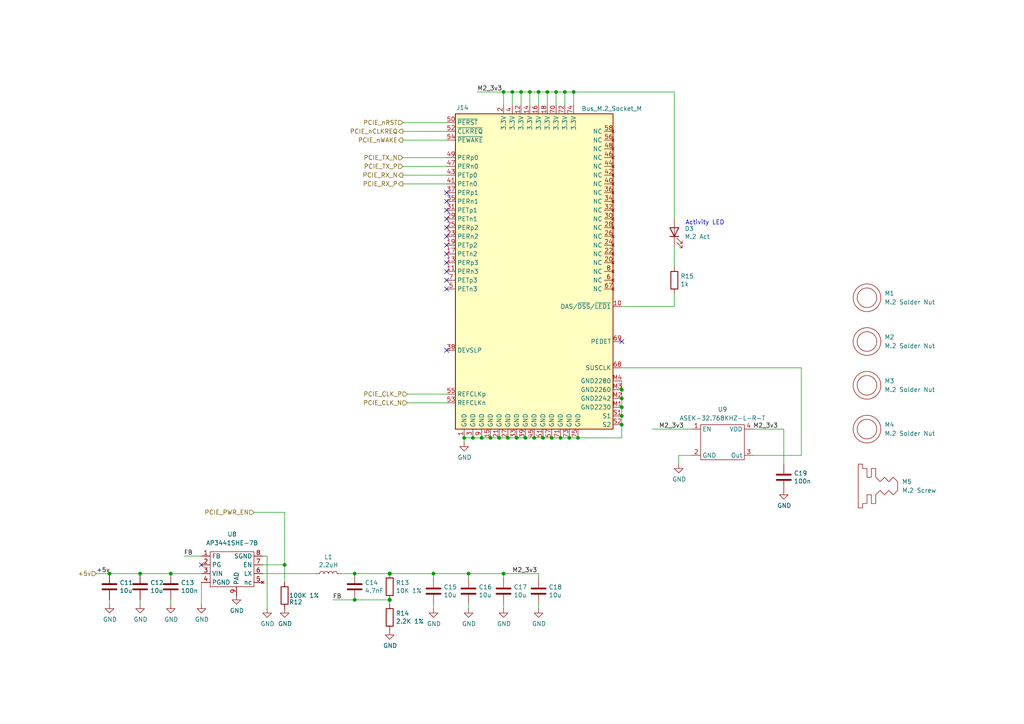
<source format=kicad_sch>
(kicad_sch (version 20231120) (generator "eeschema") (generator_version "8.0")
  (paper "A4")
  (lib_symbols
    (symbol "CM5IO:AP3441SHE-7B"
      (property "Reference" "U" (at -6.35 10.16 0))
      (property "Value" "AP3441SHE-7B" (at 0 7.62 0))
      (symbol "AP3441SHE-7B_0_1"
        (rectangle (start -6.35 6.35) (end 6.35 -3.81))
      )
      (symbol "AP3441SHE-7B_1_1"
        (pin passive line (at -8.89 5.08 0) (length 2.54) (name "FB") (number "1"))
        (pin open_collector line (at -8.89 2.54 0) (length 2.54) (name "PG") (number "2"))
        (pin power_in line (at -8.89 0 0) (length 2.54) (name "VIN") (number "3"))
        (pin power_in line (at -8.89 -2.54 0) (length 2.54) (name "PGND") (number "4"))
        (pin no_connect line (at 8.89 -2.54 180) (length 2.54) (name "nc") (number "5"))
        (pin power_out line (at 8.89 0 180) (length 2.54) (name "LX") (number "6"))
        (pin input line (at 8.89 2.54 180) (length 2.54) (name "EN") (number "7"))
        (pin power_in line (at 8.89 5.08 180) (length 2.54) (name "SGND") (number "8"))
        (pin input line (at 1.27 -6.35 90) (length 2.54) (name "PAD") (number "9"))
      )
    )
    (symbol "CM5IO:ASEK-32.768KHZ-L-R-T"
      (property "Reference" "U" (at -5.08 6.35 0))
      (property "Value" "ASEK-32.768KHZ-L-R-T" (at 0 -6.35 0))
      (symbol "ASEK-32.768KHZ-L-R-T_0_1"
        (rectangle (start -6.35 5.08) (end 6.35 -5.08))
      )
      (symbol "ASEK-32.768KHZ-L-R-T_1_1"
        (pin input line (at -8.89 3.81 0) (length 2.54) (name "EN") (number "1"))
        (pin power_in line (at -8.89 -3.81 0) (length 2.54) (name "GND") (number "2"))
        (pin output line (at 8.89 -3.81 180) (length 2.54) (name "Out") (number "3"))
        (pin power_in line (at 8.89 3.81 180) (length 2.54) (name "VDD") (number "4"))
      )
    )
    (symbol "CM5IO:Bus_M.2_Socket_M"
      (property "Reference" "J" (at -22.86 46.99 0))
      (property "Value" "Bus_M.2_Socket_M" (at 30.988 46.99 0))
      (symbol "Bus_M.2_Socket_M_0_1"
        (rectangle (start -22.86 45.72) (end 22.86 -45.72) (stroke (width 0.254)) (fill (type background)))
      )
      (symbol "Bus_M.2_Socket_M_1_1"
        (pin power_in line (at -20.32 -48.26 90) (length 2.54) (name "GND") (number "1"))
        (pin bidirectional line (at 25.4 -10.16 180) (length 2.54) (name "DAS/~{DSS}/~{LED1}") (number "10"))
        (pin input line (at -25.4 0 0) (length 2.54) (name "PERn3") (number "11"))
        (pin power_in line (at -3.81 48.26 270) (length 2.54) (name "3.3V") (number "12"))
        (pin input line (at -25.4 2.54 0) (length 2.54) (name "PERp3") (number "13"))
        (pin power_in line (at -1.27 48.26 270) (length 2.54) (name "3.3V") (number "14"))
        (pin power_in line (at -12.7 -48.26 90) (length 2.54) (name "GND") (number "15"))
        (pin power_in line (at 1.27 48.26 270) (length 2.54) (name "3.3V") (number "16"))
        (pin output line (at -25.4 5.08 0) (length 2.54) (name "PETn2") (number "17"))
        (pin power_in line (at 3.81 48.26 270) (length 2.54) (name "3.3V") (number "18"))
        (pin output line (at -25.4 7.62 0) (length 2.54) (name "PETp2") (number "19"))
        (pin power_in line (at -8.89 48.26 270) (length 2.54) (name "3.3V") (number "2"))
        (pin no_connect line (at 22.86 2.54 180) (length 2.54) (name "NC") (number "20"))
        (pin power_in line (at -10.16 -48.26 90) (length 2.54) (name "GND") (number "21"))
        (pin no_connect line (at 22.86 5.08 180) (length 2.54) (name "NC") (number "22"))
        (pin input line (at -25.4 10.16 0) (length 2.54) (name "PERn2") (number "23"))
        (pin no_connect line (at 22.86 7.62 180) (length 2.54) (name "NC") (number "24"))
        (pin input line (at -25.4 12.7 0) (length 2.54) (name "PERp2") (number "25"))
        (pin no_connect line (at 22.86 10.16 180) (length 2.54) (name "NC") (number "26"))
        (pin power_in line (at -7.62 -48.26 90) (length 2.54) (name "GND") (number "27"))
        (pin no_connect line (at 22.86 12.7 180) (length 2.54) (name "NC") (number "28"))
        (pin output line (at -25.4 15.24 0) (length 2.54) (name "PETn1") (number "29"))
        (pin power_in line (at -17.78 -48.26 90) (length 2.54) (name "GND") (number "3"))
        (pin no_connect line (at 22.86 15.24 180) (length 2.54) (name "NC") (number "30"))
        (pin output line (at -25.4 17.78 0) (length 2.54) (name "PETp1") (number "31"))
        (pin no_connect line (at 22.86 17.78 180) (length 2.54) (name "NC") (number "32"))
        (pin power_in line (at -5.08 -48.26 90) (length 2.54) (name "GND") (number "33"))
        (pin no_connect line (at 22.86 20.32 180) (length 2.54) (name "NC") (number "34"))
        (pin input line (at -25.4 20.32 0) (length 2.54) (name "PERn1") (number "35"))
        (pin no_connect line (at 22.86 22.86 180) (length 2.54) (name "NC") (number "36"))
        (pin input line (at -25.4 22.86 0) (length 2.54) (name "PERp1") (number "37"))
        (pin input line (at -25.4 -22.86 0) (length 2.54) (name "DEVSLP") (number "38"))
        (pin power_in line (at -2.54 -48.26 90) (length 2.54) (name "GND") (number "39"))
        (pin power_in line (at -6.35 48.26 270) (length 2.54) (name "3.3V") (number "4"))
        (pin no_connect line (at 22.86 25.4 180) (length 2.54) (name "NC") (number "40"))
        (pin output line (at -25.4 25.4 0) (length 2.54) (name "PETn0") (number "41"))
        (pin no_connect line (at 22.86 27.94 180) (length 2.54) (name "NC") (number "42"))
        (pin output line (at -25.4 27.94 0) (length 2.54) (name "PETp0") (number "43"))
        (pin no_connect line (at 22.86 30.48 180) (length 2.54) (name "NC") (number "44"))
        (pin power_in line (at 0 -48.26 90) (length 2.54) (name "GND") (number "45"))
        (pin no_connect line (at 22.86 33.02 180) (length 2.54) (name "NC") (number "46"))
        (pin input line (at -25.4 30.48 0) (length 2.54) (name "PERn0") (number "47"))
        (pin no_connect line (at 22.86 35.56 180) (length 2.54) (name "NC") (number "48"))
        (pin input line (at -25.4 33.02 0) (length 2.54) (name "PERp0") (number "49"))
        (pin output line (at -25.4 -5.08 0) (length 2.54) (name "PETn3") (number "5"))
        (pin input line (at -25.4 43.18 0) (length 2.54) (name "~{PERST}") (number "50"))
        (pin power_in line (at 2.54 -48.26 90) (length 2.54) (name "GND") (number "51"))
        (pin bidirectional line (at -25.4 40.64 0) (length 2.54) (name "~{CLKREQ}") (number "52"))
        (pin input line (at -25.4 -38.1 0) (length 2.54) (name "REFCLKn") (number "53"))
        (pin bidirectional line (at -25.4 38.1 0) (length 2.54) (name "~{PEWAKE}") (number "54"))
        (pin input line (at -25.4 -35.56 0) (length 2.54) (name "REFCLKp") (number "55"))
        (pin no_connect line (at 22.86 38.1 180) (length 2.54) (name "NC") (number "56"))
        (pin power_in line (at 5.08 -48.26 90) (length 2.54) (name "GND") (number "57"))
        (pin no_connect line (at 22.86 40.64 180) (length 2.54) (name "NC") (number "58"))
        (pin no_connect line (at 22.86 -2.54 180) (length 2.54) (name "NC") (number "6"))
        (pin no_connect line (at 22.86 -5.08 180) (length 2.54) (name "NC") (number "67"))
        (pin input line (at 25.4 -27.94 180) (length 2.54) (name "SUSCLK") (number "68"))
        (pin passive line (at 25.4 -20.32 180) (length 2.54) (name "PEDET") (number "69"))
        (pin output line (at -25.4 -2.54 0) (length 2.54) (name "PETp3") (number "7"))
        (pin power_in line (at 6.35 48.26 270) (length 2.54) (name "3.3V") (number "70"))
        (pin power_in line (at 7.62 -48.26 90) (length 2.54) (name "GND") (number "71"))
        (pin power_in line (at 8.89 48.26 270) (length 2.54) (name "3.3V") (number "72"))
        (pin power_in line (at 10.16 -48.26 90) (length 2.54) (name "GND") (number "73"))
        (pin power_in line (at 11.43 48.26 270) (length 2.54) (name "3.3V") (number "74"))
        (pin power_in line (at 12.7 -48.26 90) (length 2.54) (name "GND") (number "75"))
        (pin no_connect line (at 22.86 0 180) (length 2.54) (name "NC") (number "8"))
        (pin power_in line (at -15.24 -48.26 90) (length 2.54) (name "GND") (number "9"))
        (pin passive line (at 25.4 -39.37 180) (length 2.54) (name "GND2230") (number "M1"))
        (pin passive line (at 25.4 -36.83 180) (length 2.54) (name "GND2242") (number "M2"))
        (pin passive line (at 25.4 -34.29 180) (length 2.54) (name "GND2260") (number "M3"))
        (pin passive line (at 25.4 -31.75 180) (length 2.54) (name "GND2280") (number "M4"))
        (pin passive line (at 25.4 -41.91 180) (length 2.54) (name "S1") (number "S1"))
        (pin passive line (at 25.4 -44.45 180) (length 2.54) (name "S2") (number "S2"))
      )
    )
    (symbol "CM5IO:M.2_Screw" (pin_numbers hide) (pin_names (offset 0) hide) (on_board no)
      (property "Reference" "M" (at -0.254 -6.35 0))
      (property "Value" "M.2 Screw" (at 0.254 -8.636 0))
      (symbol "M.2_Screw_0_1"
        (polyline (pts (xy -5.08 0) (xy -5.08 -6.35) (xy -3.81 -6.35) (xy -3.81 -5.08) (xy -2.54 -5.08) (xy -2.54 -2.54) (xy -1.27 -2.54) (xy -1.27 -5.08) (xy 0 -5.08) (xy 0 -2.54) (xy 1.27 -1.27) (xy 2.54 -2.54) (xy 3.81 -1.27) (xy 5.08 -2.54) (xy 6.35 -1.27) (xy 6.35 1.27) (xy 5.08 2.54) (xy 3.81 1.27) (xy 2.54 2.54) (xy 1.27 1.27) (xy 0 2.54) (xy 0 5.08) (xy -1.27 5.08) (xy -1.27 2.54) (xy -2.54 2.54) (xy -2.54 5.08) (xy -3.81 5.08) (xy -3.81 6.35) (xy -5.08 6.35) (xy -5.08 0)))
      )
    )
    (symbol "CM5IO:SolderNut" (pin_numbers hide) (pin_names (offset 0) hide) (exclude_from_sim yes) (on_board no)
      (property "Reference" "M" (at -6.35 -3.556 0))
      (property "Value" "M.2 Solder Nut" (at 0.254 -5.842 0))
      (symbol "SolderNut_0_1"
        (circle (center 0 0) (radius 2.8398))
        (circle (center 0 0) (radius 4.0161))
      )
    )
    (symbol "Device:C" (pin_numbers hide) (pin_names (offset 0.254))
      (property "Reference" "C" (at 0.635 2.54 0))
      (property "Value" "C" (at 0.635 -2.54 0))
      (symbol "C_0_1"
        (polyline (pts (xy -2.032 -0.762) (xy 2.032 -0.762)) (stroke (width 0.508)))
        (polyline (pts (xy -2.032 0.762) (xy 2.032 0.762)) (stroke (width 0.508)))
      )
      (symbol "C_1_1"
        (pin passive line (at 0 3.81 270) (length 2.794) (name "~") (number "1"))
        (pin passive line (at 0 -3.81 90) (length 2.794) (name "~") (number "2"))
      )
    )
    (symbol "Device:L" (pin_numbers hide) (pin_names (offset 1.016) hide)
      (property "Reference" "L" (at -1.27 0 90))
      (property "Value" "L" (at 1.905 0 90))
      (symbol "L_0_1"
        (arc (start 0 -2.54) (mid 0.6323 -1.905) (end 0 -1.27))
        (arc (start 0 -1.27) (mid 0.6323 -0.635) (end 0 0))
        (arc (start 0 0) (mid 0.6323 0.635) (end 0 1.27))
        (arc (start 0 1.27) (mid 0.6323 1.905) (end 0 2.54))
      )
      (symbol "L_1_1"
        (pin passive line (at 0 3.81 270) (length 1.27) (name "1") (number "1"))
        (pin passive line (at 0 -3.81 90) (length 1.27) (name "2") (number "2"))
      )
    )
    (symbol "Device:LED" (pin_numbers hide) (pin_names (offset 1.016) hide)
      (property "Reference" "D" (at 0 2.54 0))
      (property "Value" "LED" (at 0 -2.54 0))
      (symbol "LED_0_1"
        (polyline (pts (xy -1.27 -1.27) (xy -1.27 1.27)) (stroke (width 0.254)))
        (polyline (pts (xy -1.27 0) (xy 1.27 0)))
        (polyline (pts (xy 1.27 -1.27) (xy 1.27 1.27) (xy -1.27 0) (xy 1.27 -1.27)) (stroke (width 0.254)))
        (polyline (pts (xy -3.048 -0.762) (xy -4.572 -2.286) (xy -3.81 -2.286) (xy -4.572 -2.286) (xy -4.572 -1.524)))
        (polyline (pts (xy -1.778 -0.762) (xy -3.302 -2.286) (xy -2.54 -2.286) (xy -3.302 -2.286) (xy -3.302 -1.524)))
      )
      (symbol "LED_1_1"
        (pin passive line (at -3.81 0 0) (length 2.54) (name "K") (number "1"))
        (pin passive line (at 3.81 0 180) (length 2.54) (name "A") (number "2"))
      )
    )
    (symbol "Device:R" (pin_numbers hide) (pin_names (offset 0))
      (property "Reference" "R" (at 2.032 0 90))
      (property "Value" "R" (at 0 0 90))
      (symbol "R_0_1"
        (rectangle (start -1.016 -2.54) (end 1.016 2.54) (stroke (width 0.254)))
      )
      (symbol "R_1_1"
        (pin passive line (at 0 3.81 270) (length 1.27) (name "~") (number "1"))
        (pin passive line (at 0 -3.81 90) (length 1.27) (name "~") (number "2"))
      )
    )
    (symbol "power:GND" (power) (pin_numbers hide) (pin_names (offset 0) hide)
      (property "Value" "GND" (at 0 -3.81 0))
      (symbol "GND_0_1"
        (polyline (pts (xy 0 0) (xy 0 -1.27) (xy 1.27 -1.27) (xy 0 -2.54) (xy -1.27 -1.27) (xy 0 -1.27)))
      )
      (symbol "GND_1_1"
        (pin power_in line (at 0 0 270) (length 0) (name "~") (number "1"))
      )
    )
  )
  (junction (at 125.73 166.37))
  (junction (at 134.62 127))
  (junction (at 158.75 26.67))
  (junction (at 153.67 26.67))
  (junction (at 82.55 163.83))
  (junction (at 113.03 173.99) (diameter 1.016))
  (junction (at 163.83 26.67))
  (junction (at 148.59 26.67))
  (junction (at 151.13 26.67))
  (junction (at 142.24 127))
  (junction (at 156.21 26.67))
  (junction (at 139.7 127))
  (junction (at 146.05 166.37))
  (junction (at 154.94 127))
  (junction (at 162.56 127))
  (junction (at 152.4 127))
  (junction (at 157.48 127))
  (junction (at 180.34 115.57))
  (junction (at 180.34 120.65))
  (junction (at 166.37 26.67))
  (junction (at 160.02 127))
  (junction (at 113.03 166.37) (diameter 1.016))
  (junction (at 180.34 118.11))
  (junction (at 149.86 127))
  (junction (at 161.29 26.67))
  (junction (at 135.89 166.37))
  (junction (at 180.34 113.03))
  (junction (at 102.87 173.99))
  (junction (at 147.32 127))
  (junction (at 49.53 166.37))
  (junction (at 31.75 166.37))
  (junction (at 144.78 127))
  (junction (at 146.05 26.67))
  (junction (at 165.1 127))
  (junction (at 180.34 123.19))
  (junction (at 40.64 166.37))
  (junction (at 137.16 127))
  (junction (at 167.64 127))
  (junction (at 102.87 166.37))
  (no_connect (at 129.54 83.82))
  (no_connect (at 129.54 63.5))
  (no_connect (at 129.54 71.12))
  (no_connect (at 129.54 68.58))
  (no_connect (at 129.54 58.42))
  (no_connect (at 129.54 101.6))
  (no_connect (at 129.54 78.74))
  (no_connect (at 58.42 163.83))
  (no_connect (at 129.54 60.96))
  (no_connect (at 129.54 66.04))
  (no_connect (at 129.54 73.66))
  (no_connect (at 180.34 99.06))
  (no_connect (at 129.54 76.2))
  (no_connect (at 129.54 81.28))
  (no_connect (at 129.54 55.88))
  (wire (pts (xy 163.83 26.67) (xy 166.37 26.67)))
  (wire (pts (xy 139.7 127) (xy 137.16 127)))
  (wire (pts (xy 232.41 106.68) (xy 232.41 132.08)))
  (wire (pts (xy 195.58 26.67) (xy 195.58 63.5)))
  (wire (pts (xy 125.73 166.37) (xy 135.89 166.37)))
  (wire (pts (xy 116.84 40.64) (xy 129.54 40.64)))
  (wire (pts (xy 53.34 161.29) (xy 58.42 161.29)))
  (wire (pts (xy 156.21 26.67) (xy 156.21 30.48)))
  (wire (pts (xy 156.21 175.26) (xy 156.21 176.53)))
  (wire (pts (xy 96.52 173.99) (xy 102.87 173.99)))
  (wire (pts (xy 161.29 26.67) (xy 161.29 30.48)))
  (wire (pts (xy 76.2 163.83) (xy 82.55 163.83)))
  (wire (pts (xy 113.03 166.37) (xy 125.73 166.37)))
  (wire (pts (xy 151.13 26.67) (xy 151.13 30.48)))
  (wire (pts (xy 156.21 166.37) (xy 156.21 167.64)))
  (wire (pts (xy 157.48 127) (xy 154.94 127)))
  (wire (pts (xy 151.13 26.67) (xy 153.67 26.67)))
  (wire (pts (xy 40.64 166.37) (xy 49.53 166.37)))
  (wire (pts (xy 160.02 127) (xy 157.48 127)))
  (wire (pts (xy 102.87 173.99) (xy 113.03 173.99)))
  (wire (pts (xy 135.89 166.37) (xy 146.05 166.37)))
  (wire (pts (xy 158.75 26.67) (xy 158.75 30.48)))
  (wire (pts (xy 102.87 166.37) (xy 113.03 166.37)))
  (wire (pts (xy 116.84 50.8) (xy 129.54 50.8)))
  (wire (pts (xy 73.66 148.59) (xy 82.55 148.59)))
  (wire (pts (xy 116.84 48.26) (xy 129.54 48.26)))
  (wire (pts (xy 82.55 148.59) (xy 82.55 163.83)))
  (wire (pts (xy 153.67 26.67) (xy 153.67 30.48)))
  (wire (pts (xy 40.64 173.99) (xy 40.64 175.26)))
  (wire (pts (xy 180.34 118.11) (xy 180.34 120.65)))
  (wire (pts (xy 76.2 166.37) (xy 91.44 166.37)))
  (wire (pts (xy 135.89 166.37) (xy 135.89 167.64)))
  (wire (pts (xy 180.34 113.03) (xy 180.34 115.57)))
  (wire (pts (xy 195.58 71.12) (xy 195.58 77.47)))
  (wire (pts (xy 139.7 127) (xy 142.24 127)))
  (wire (pts (xy 146.05 175.26) (xy 146.05 176.53)))
  (wire (pts (xy 82.55 163.83) (xy 82.55 168.91)))
  (wire (pts (xy 152.4 127) (xy 154.94 127)))
  (wire (pts (xy 149.86 127) (xy 152.4 127)))
  (wire (pts (xy 156.21 26.67) (xy 158.75 26.67)))
  (wire (pts (xy 180.34 127) (xy 167.64 127)))
  (wire (pts (xy 148.59 26.67) (xy 148.59 30.48)))
  (wire (pts (xy 166.37 26.67) (xy 195.58 26.67)))
  (wire (pts (xy 180.34 120.65) (xy 180.34 123.19)))
  (wire (pts (xy 116.84 35.56) (xy 129.54 35.56)))
  (wire (pts (xy 166.37 26.67) (xy 166.37 30.48)))
  (wire (pts (xy 125.73 176.53) (xy 125.73 175.26)))
  (wire (pts (xy 142.24 127) (xy 144.78 127)))
  (wire (pts (xy 180.34 110.49) (xy 180.34 113.03)))
  (wire (pts (xy 227.33 134.62) (xy 227.33 124.46)))
  (wire (pts (xy 196.85 134.62) (xy 196.85 132.08)))
  (wire (pts (xy 180.34 106.68) (xy 232.41 106.68)))
  (wire (pts (xy 27.94 166.37) (xy 31.75 166.37)))
  (wire (pts (xy 116.84 38.1) (xy 129.54 38.1)))
  (wire (pts (xy 113.03 175.26) (xy 113.03 173.99)))
  (wire (pts (xy 58.42 175.26) (xy 58.42 168.91)))
  (wire (pts (xy 227.33 124.46) (xy 218.44 124.46)))
  (wire (pts (xy 165.1 127) (xy 162.56 127)))
  (wire (pts (xy 163.83 26.67) (xy 163.83 30.48)))
  (wire (pts (xy 232.41 132.08) (xy 218.44 132.08)))
  (wire (pts (xy 129.54 45.72) (xy 116.84 45.72)))
  (wire (pts (xy 49.53 166.37) (xy 58.42 166.37)))
  (wire (pts (xy 196.85 132.08) (xy 200.66 132.08)))
  (wire (pts (xy 146.05 166.37) (xy 146.05 167.64)))
  (wire (pts (xy 144.78 127) (xy 147.32 127)))
  (wire (pts (xy 116.84 53.34) (xy 129.54 53.34)))
  (wire (pts (xy 146.05 26.67) (xy 146.05 30.48)))
  (wire (pts (xy 180.34 123.19) (xy 180.34 127)))
  (wire (pts (xy 49.53 173.99) (xy 49.53 175.26)))
  (wire (pts (xy 195.58 88.9) (xy 195.58 85.09)))
  (wire (pts (xy 134.62 127) (xy 137.16 127)))
  (wire (pts (xy 149.86 127) (xy 147.32 127)))
  (wire (pts (xy 148.59 26.67) (xy 151.13 26.67)))
  (wire (pts (xy 189.23 124.46) (xy 200.66 124.46)))
  (wire (pts (xy 167.64 127) (xy 165.1 127)))
  (wire (pts (xy 118.11 114.3) (xy 129.54 114.3)))
  (wire (pts (xy 158.75 26.67) (xy 161.29 26.67)))
  (wire (pts (xy 76.2 161.29) (xy 77.47 161.29)))
  (wire (pts (xy 134.62 127) (xy 134.62 128.27)))
  (wire (pts (xy 125.73 167.64) (xy 125.73 166.37)))
  (wire (pts (xy 161.29 26.67) (xy 163.83 26.67)))
  (wire (pts (xy 99.06 166.37) (xy 102.87 166.37)))
  (wire (pts (xy 146.05 166.37) (xy 156.21 166.37)))
  (wire (pts (xy 146.05 26.67) (xy 148.59 26.67)))
  (wire (pts (xy 138.43 26.67) (xy 146.05 26.67)))
  (wire (pts (xy 180.34 88.9) (xy 195.58 88.9)))
  (wire (pts (xy 77.47 161.29) (xy 77.47 176.53)))
  (wire (pts (xy 162.56 127) (xy 160.02 127)))
  (wire (pts (xy 135.89 175.26) (xy 135.89 176.53)))
  (wire (pts (xy 153.67 26.67) (xy 156.21 26.67)))
  (wire (pts (xy 31.75 166.37) (xy 40.64 166.37)))
  (wire (pts (xy 180.34 115.57) (xy 180.34 118.11)))
  (wire (pts (xy 118.11 116.84) (xy 129.54 116.84)))
  (wire (pts (xy 31.75 173.99) (xy 31.75 175.26)))
  (text "Activity LED" (at 198.755 65.405 0) (effects (font (size 1.27 1.27)) (justify left bottom)))
  (label "FB" (at 96.52 173.99 0))
  (label "M2_3v3" (at 148.59 166.37 0))
  (label "M2_3v3" (at 191.135 124.46 0))
  (label "M2_3v3" (at 138.43 26.67 0))
  (label "FB" (at 53.34 161.29 0))
  (label "+5v" (at 27.94 166.37 0))
  (label "M2_3v3" (at 218.44 124.46 0))
  (hierarchical_label "PCIE_nCLKREQ" (shape output) (at 116.84 38.1 180))
  (hierarchical_label "PCIE_PWR_EN" (shape input) (at 73.66 148.59 180))
  (hierarchical_label "PCIE_CLK_P" (shape input) (at 118.11 114.3 180))
  (hierarchical_label "PCIE_TX_P" (shape input) (at 116.84 48.26 180))
  (hierarchical_label "+5v" (shape input) (at 27.94 166.37 180))
  (hierarchical_label "PCIE_nRST" (shape input) (at 116.84 35.56 180))
  (hierarchical_label "PCIE_RX_N" (shape output) (at 116.84 50.8 180))
  (hierarchical_label "PCIE_nWAKE" (shape output) (at 116.84 40.64 180))
  (hierarchical_label "PCIE_RX_P" (shape output) (at 116.84 53.34 180))
  (hierarchical_label "PCIE_CLK_N" (shape input) (at 118.11 116.84 180))
  (hierarchical_label "PCIE_TX_N" (shape input) (at 116.84 45.72 180))
  (symbol (lib_id "power:GND") (at 82.55 176.53 0) (unit 1)
    (property "Reference" "#PWR043" (effects (hide yes)))
    (property "Value" "GND" (at 82.677 180.9242 0))
    (property "Description" "Power symbol creates a global label with name \"GND\" , ground" (effects (hide yes)))
  )
  (symbol (lib_id "CM5IO:M.2_Screw") (at 254 140.97 0) (unit 1) (on_board no)
    (property "Reference" "M5" (at 261.62 139.6999 0) (effects (justify left)))
    (property "Value" "M.2 Screw" (at 261.62 142.2399 0) (effects (justify left)))
    (property "Part Description" "M.2 Screw" (effects (hide yes)))
  )
  (symbol (lib_id "CM5IO:Bus_M.2_Socket_M") (at 154.94 78.74 0) (unit 1)
    (property "Reference" "J14" (at 132.334 31.242 0) (effects (justify left)))
    (property "Value" "Bus_M.2_Socket_M" (at 168.656 31.496 0) (effects (justify left)))
    (property "Footprint" "CM5IO:M.2 M Key socket" (effects (hide yes)))
    (property "Description" "M.2 Socket 3 Mechanical Key M" (effects (hide yes)))
    (property "Field5" "MTSSD03-67MSW337" (effects (hide yes)))
    (property "Field6" "MTSSD03-67MSW337" (effects (hide yes)))
    (property "Field7" "MTCONN" (effects (hide yes)))
    (property "Part Description" "M.2 M Key connector" (effects (hide yes)))
  )
  (symbol (lib_id "power:GND") (at 31.75 175.26 0) (unit 1)
    (property "Reference" "#PWR037" (effects (hide yes)))
    (property "Value" "GND" (at 31.877 179.6542 0))
    (property "Description" "Power symbol creates a global label with name \"GND\" , ground" (effects (hide yes)))
  )
  (symbol (lib_id "power:GND") (at 125.73 176.53 0) (unit 1)
    (property "Reference" "#PWR045" (effects (hide yes)))
    (property "Value" "GND" (at 125.857 180.9242 0))
    (property "Description" "Power symbol creates a global label with name \"GND\" , ground" (effects (hide yes)))
  )
  (symbol (lib_id "CM5IO:SolderNut") (at 251.46 124.46 0) (unit 1) (exclude_from_sim yes) (on_board no)
    (property "Reference" "M4" (at 256.54 123.1899 0) (effects (justify left)))
    (property "Value" "M.2 Solder Nut" (at 256.54 125.7299 0) (effects (justify left)))
    (property "Part Description" "Solder nut for M.2 slot" (effects (hide yes)))
  )
  (symbol (lib_id "power:GND") (at 135.89 176.53 0) (unit 1)
    (property "Reference" "#PWR047" (effects (hide yes)))
    (property "Value" "GND" (at 136.017 180.9242 0))
    (property "Description" "Power symbol creates a global label with name \"GND\" , ground" (effects (hide yes)))
  )
  (symbol (lib_id "power:GND") (at 58.42 175.26 0) (unit 1)
    (property "Reference" "#PWR040" (effects (hide yes)))
    (property "Value" "GND" (at 58.547 179.6542 0))
    (property "Description" "Power symbol creates a global label with name \"GND\" , ground" (effects (hide yes)))
  )
  (symbol (lib_id "Device:C") (at 146.05 171.45 0) (unit 1)
    (property "Reference" "C17" (at 148.971 170.2816 0) (effects (justify left)))
    (property "Value" "10u" (at 148.971 172.593 0) (effects (justify left)))
    (property "Footprint" "Capacitor_SMD:C_0805_2012Metric" (effects (hide yes)))
    (property "Datasheet" "https://search.murata.co.jp/Ceramy/image/img/A01X/G101/ENG/GRM21BR71A106KA73-01.pdf" (effects (hide yes)))
    (property "Field4" "Digikey" (effects (hide yes)))
    (property "Field5" "490-14381-1-ND" (effects (hide yes)))
    (property "Field6" "GRM21BR71A106KA73L" (effects (hide yes)))
    (property "Field7" "Murata" (effects (hide yes)))
    (property "Field8" "111893011" (effects (hide yes)))
    (property "Part Description" "	10uF 10% 10V Ceramic Capacitor X7R 0805 (2012 Metric)" (effects (hide yes)))
  )
  (symbol (lib_id "CM5IO:SolderNut") (at 251.46 86.36 0) (unit 1) (exclude_from_sim yes) (on_board no)
    (property "Reference" "M1" (at 256.54 85.0899 0) (effects (justify left)))
    (property "Value" "M.2 Solder Nut" (at 256.54 87.6299 0) (effects (justify left)))
    (property "Part Description" "Solder nut for M.2 slot" (effects (hide yes)))
  )
  (symbol (lib_id "Device:R") (at 113.03 179.07 0) (unit 1)
    (property "Reference" "R14" (at 114.808 177.9016 0) (effects (justify left)))
    (property "Value" "2.2K 1%" (at 114.808 180.213 0) (effects (justify left)))
    (property "Footprint" "Resistor_SMD:R_0402_1005Metric" (effects (hide yes)))
    (property "Datasheet" "https://fscdn.rohm.com/en/products/databook/datasheet/passive/resistor/chip_resistor/mcr-e.pdf" (effects (hide yes)))
    (property "Field4" "Farnell" (effects (hide yes)))
    (property "Part Description" "Resistor 2.2K M1005 1% 63mW" (effects (hide yes)))
  )
  (symbol (lib_id "power:GND") (at 77.47 176.53 0) (unit 1)
    (property "Reference" "#PWR042" (effects (hide yes)))
    (property "Value" "GND" (at 77.597 180.9242 0))
    (property "Description" "Power symbol creates a global label with name \"GND\" , ground" (effects (hide yes)))
  )
  (symbol (lib_id "CM5IO:AP3441SHE-7B") (at 67.31 166.37 0) (unit 1)
    (property "Reference" "U8" (at 67.31 154.94 0))
    (property "Value" "AP3441SHE-7B" (at 67.31 157.48 0))
    (property "Footprint" "Package_DFN_QFN:DFN-8-1EP_2x2mm_P0.5mm_EP1.05x1.75mm" (effects (hide yes)))
    (property "Datasheet" "https://www.diodes.com/assets/Datasheets/AP3441-L.pdf" (effects (hide yes)))
    (property "Field5" "AP3441SHE-7B" (effects (hide yes)))
    (property "Field6" "AP3441SHE-7B" (effects (hide yes)))
    (property "Field7" "Diodes" (effects (hide yes)))
    (property "Part Description" "3A DC-DC converter" (effects (hide yes)))
  )
  (symbol (lib_id "Device:R") (at 113.03 170.18 0) (unit 1)
    (property "Reference" "R13" (at 114.808 169.0116 0) (effects (justify left)))
    (property "Value" "10K 1%" (at 114.808 171.323 0) (effects (justify left)))
    (property "Footprint" "Resistor_SMD:R_0402_1005Metric" (effects (hide yes)))
    (property "Datasheet" "https://fscdn.rohm.com/en/products/databook/datasheet/passive/resistor/chip_resistor/mcr-e.pdf" (effects (hide yes)))
    (property "Field4" "Farnell" (effects (hide yes)))
    (property "Field7" "Rohm" (effects (hide yes)))
    (property "Field6" "MCR01MZPF1002" (effects (hide yes)))
    (property "Part Description" "Resistor 10K M1005 1% 63mW" (effects (hide yes)))
  )
  (symbol (lib_id "Device:R") (at 82.55 172.72 0) (unit 1)
    (property "Reference" "R12" (at 83.82 174.625 0) (effects (justify left)))
    (property "Value" "100K 1%" (at 83.82 172.72 0) (effects (justify left)))
    (property "Footprint" "Resistor_SMD:R_0402_1005Metric" (effects (hide yes)))
    (property "Datasheet" "https://fscdn.rohm.com/en/products/databook/datasheet/passive/resistor/chip_resistor/mcr-e.pdf" (effects (hide yes)))
    (property "Field4" "Farnell" (effects (hide yes)))
    (property "Field6" "MCR01MZPF1003" (effects (hide yes)))
    (property "Field7" "Rohm" (effects (hide yes)))
    (property "Part Description" "Resistor 100K M1005 1% 63mW" (effects (hide yes)))
  )
  (symbol (lib_id "Device:R") (at 195.58 81.28 0) (unit 1)
    (property "Reference" "R15" (at 197.358 80.1116 0) (effects (justify left)))
    (property "Value" "1k" (at 197.358 82.423 0) (effects (justify left)))
    (property "Footprint" "Resistor_SMD:R_0402_1005Metric" (effects (hide yes)))
    (property "Datasheet" "https://fscdn.rohm.com/en/products/databook/datasheet/passive/resistor/chip_resistor/mcr-e.pdf" (effects (hide yes)))
    (property "Field4" "Farnell" (effects (hide yes)))
    (property "Field5" "9239235" (effects (hide yes)))
    (property "Field7" "KOA EUROPE GMBH" (effects (hide yes)))
    (property "Field6" "RK73H1ETTP1001F" (effects (hide yes)))
    (property "Part Description" "Resistor 1K M1005 1% 63mW" (effects (hide yes)))
    (property "Field8" "125049511" (effects (hide yes)))
  )
  (symbol (lib_id "power:GND") (at 113.03 182.88 0) (unit 1)
    (property "Reference" "#PWR044" (effects (hide yes)))
    (property "Value" "GND" (at 113.157 187.2742 0))
    (property "Description" "Power symbol creates a global label with name \"GND\" , ground" (effects (hide yes)))
  )
  (symbol (lib_id "power:GND") (at 146.05 176.53 0) (unit 1)
    (property "Reference" "#PWR048" (effects (hide yes)))
    (property "Value" "GND" (at 146.177 180.9242 0))
    (property "Description" "Power symbol creates a global label with name \"GND\" , ground" (effects (hide yes)))
  )
  (symbol (lib_id "Device:C") (at 49.53 170.18 0) (unit 1)
    (property "Reference" "C13" (at 52.451 169.0116 0) (effects (justify left)))
    (property "Value" "100n" (at 52.451 171.323 0) (effects (justify left)))
    (property "Footprint" "Capacitor_SMD:C_0402_1005Metric" (effects (hide yes)))
    (property "Datasheet" "https://search.murata.co.jp/Ceramy/image/img/A01X/G101/ENG/GRM155R71C104KA88-01.pdf" (effects (hide yes)))
    (property "Field4" "Farnell" (effects (hide yes)))
    (property "Field5" "2611911" (effects (hide yes)))
    (property "Field6" "RM EMK105 B7104KV-F" (effects (hide yes)))
    (property "Field7" "TAIYO YUDEN EUROPE GMBH" (effects (hide yes)))
    (property "Field8" "110091611" (effects (hide yes)))
    (property "Part Description" "	0.1uF 10% 16V Ceramic Capacitor X7R 0402 (1005 Metric)" (effects (hide yes)))
  )
  (symbol (lib_id "Device:C") (at 135.89 171.45 0) (unit 1)
    (property "Reference" "C16" (at 138.811 170.2816 0) (effects (justify left)))
    (property "Value" "10u" (at 138.811 172.593 0) (effects (justify left)))
    (property "Footprint" "Capacitor_SMD:C_0805_2012Metric" (effects (hide yes)))
    (property "Datasheet" "https://search.murata.co.jp/Ceramy/image/img/A01X/G101/ENG/GRM21BR71A106KA73-01.pdf" (effects (hide yes)))
    (property "Field4" "Digikey" (effects (hide yes)))
    (property "Field5" "490-14381-1-ND" (effects (hide yes)))
    (property "Field6" "GRM21BR71A106KA73L" (effects (hide yes)))
    (property "Field7" "Murata" (effects (hide yes)))
    (property "Field8" "111893011" (effects (hide yes)))
    (property "Part Description" "	10uF 10% 10V Ceramic Capacitor X7R 0805 (2012 Metric)" (effects (hide yes)))
  )
  (symbol (lib_id "CM5IO:ASEK-32.768KHZ-L-R-T") (at 209.55 128.27 0) (unit 1)
    (property "Reference" "U9" (at 209.55 118.745 0))
    (property "Value" "ASEK-32.768KHZ-L-R-T" (at 209.55 121.285 0))
    (property "Footprint" "Crystal:Crystal_SMD_3225-4Pin_3.2x2.5mm" (effects (hide yes)))
    (property "Datasheet" "https://abracon.com/Oscillators/ASEK.pdf" (effects (hide yes)))
    (property "Field5" "ASEK-32.768KHZ-L-R-T" (effects (hide yes)))
    (property "Field6" "ASEK-32.768KHZ-L-R-T" (effects (hide yes)))
    (property "Field7" "abracon" (effects (hide yes)))
    (property "Part Description" "32KHz Xtal oscilator" (effects (hide yes)))
  )
  (symbol (lib_id "Device:L") (at 95.25 166.37 90) (unit 1)
    (property "Reference" "L1" (at 95.25 161.544 90))
    (property "Value" "2.2uH" (at 95.25 163.8554 90))
    (property "Footprint" "CM5IO:L_Bourns_SRP5030CC" (effects (hide yes)))
    (property "Datasheet" "https://www.bourns.com/docs/product-datasheets/srp5030cc.pdf" (effects (hide yes)))
    (property "Field6" "SRP5030CC-2R2M" (effects (hide yes)))
    (property "Field7" "Bourns" (effects (hide yes)))
    (property "Part Description" "Inductor, SMT, 2520, 2u2, IRMS=7A, ISAT=8A, DCR=0.032R" (effects (hide yes)))
    (property "Field5" "SRP5030CC-2R2M" (effects (hide yes)))
  )
  (symbol (lib_id "power:GND") (at 227.33 142.24 0) (unit 1)
    (property "Reference" "#PWR051" (effects (hide yes)))
    (property "Value" "GND" (at 227.457 146.6342 0))
    (property "Description" "Power symbol creates a global label with name \"GND\" , ground" (effects (hide yes)))
  )
  (symbol (lib_id "Device:C") (at 156.21 171.45 0) (unit 1)
    (property "Reference" "C18" (at 159.131 170.2816 0) (effects (justify left)))
    (property "Value" "10u" (at 159.131 172.593 0) (effects (justify left)))
    (property "Footprint" "Capacitor_SMD:C_0805_2012Metric" (effects (hide yes)))
    (property "Datasheet" "https://search.murata.co.jp/Ceramy/image/img/A01X/G101/ENG/GRM21BR71A106KA73-01.pdf" (effects (hide yes)))
    (property "Field4" "Digikey" (effects (hide yes)))
    (property "Field5" "490-14381-1-ND" (effects (hide yes)))
    (property "Field6" "GRM21BR71A106KA73L" (effects (hide yes)))
    (property "Field7" "Murata" (effects (hide yes)))
    (property "Field8" "111893011" (effects (hide yes)))
    (property "Part Description" "	10uF 10% 10V Ceramic Capacitor X7R 0805 (2012 Metric)" (effects (hide yes)))
  )
  (symbol (lib_id "Device:C") (at 125.73 171.45 0) (unit 1)
    (property "Reference" "C15" (at 128.651 170.2816 0) (effects (justify left)))
    (property "Value" "10u" (at 128.651 172.593 0) (effects (justify left)))
    (property "Footprint" "Capacitor_SMD:C_0805_2012Metric" (effects (hide yes)))
    (property "Datasheet" "https://search.murata.co.jp/Ceramy/image/img/A01X/G101/ENG/GRM21BR71A106KA73-01.pdf" (effects (hide yes)))
    (property "Field4" "Digikey" (effects (hide yes)))
    (property "Field5" "490-14381-1-ND" (effects (hide yes)))
    (property "Field6" "GRM21BR71A106KA73L" (effects (hide yes)))
    (property "Field7" "Murata" (effects (hide yes)))
    (property "Field8" "111893011" (effects (hide yes)))
    (property "Part Description" "	10uF 10% 10V Ceramic Capacitor X7R 0805 (2012 Metric)" (effects (hide yes)))
  )
  (symbol (lib_id "Device:C") (at 102.87 170.18 0) (unit 1)
    (property "Reference" "C14" (at 105.791 169.0116 0) (effects (justify left)))
    (property "Value" "4.7nF" (at 105.791 171.323 0) (effects (justify left)))
    (property "Footprint" "Capacitor_SMD:C_0402_1005Metric" (effects (hide yes)))
    (property "Part Description" "4.7nF capacitor 0402" (effects (hide yes)))
  )
  (symbol (lib_id "CM5IO:SolderNut") (at 251.46 99.06 0) (unit 1) (exclude_from_sim yes) (on_board no)
    (property "Reference" "M2" (at 256.54 97.7899 0) (effects (justify left)))
    (property "Value" "M.2 Solder Nut" (at 256.54 100.3299 0) (effects (justify left)))
    (property "Part Description" "Solder nut for M.2 slot" (effects (hide yes)))
  )
  (symbol (lib_id "power:GND") (at 68.58 172.72 0) (unit 1)
    (property "Reference" "#PWR041" (effects (hide yes)))
    (property "Value" "GND" (at 68.707 177.1142 0))
    (property "Description" "Power symbol creates a global label with name \"GND\" , ground" (effects (hide yes)))
  )
  (symbol (lib_id "power:GND") (at 134.62 128.27 0) (unit 1)
    (property "Reference" "#PWR046" (effects (hide yes)))
    (property "Value" "GND" (at 134.747 132.6642 0))
    (property "Description" "Power symbol creates a global label with name \"GND\" , ground" (effects (hide yes)))
  )
  (symbol (lib_id "Device:C") (at 31.75 170.18 0) (unit 1)
    (property "Reference" "C11" (at 34.671 169.0116 0) (effects (justify left)))
    (property "Value" "10u" (at 34.671 171.323 0) (effects (justify left)))
    (property "Footprint" "Capacitor_SMD:C_0805_2012Metric" (effects (hide yes)))
    (property "Datasheet" "https://search.murata.co.jp/Ceramy/image/img/A01X/G101/ENG/GRM21BR71A106KA73-01.pdf" (effects (hide yes)))
    (property "Field4" "Digikey" (effects (hide yes)))
    (property "Field5" "490-14381-1-ND" (effects (hide yes)))
    (property "Field6" "GRM21BR71A106KA73L" (effects (hide yes)))
    (property "Field7" "Murata" (effects (hide yes)))
    (property "Field8" "111893011" (effects (hide yes)))
    (property "Part Description" "	10uF 10% 10V Ceramic Capacitor X7R 0805 (2012 Metric)" (effects (hide yes)))
  )
  (symbol (lib_id "power:GND") (at 49.53 175.26 0) (unit 1)
    (property "Reference" "#PWR039" (effects (hide yes)))
    (property "Value" "GND" (at 49.657 179.6542 0))
    (property "Description" "Power symbol creates a global label with name \"GND\" , ground" (effects (hide yes)))
  )
  (symbol (lib_id "CM5IO:SolderNut") (at 251.46 111.76 0) (unit 1) (exclude_from_sim yes) (on_board no)
    (property "Reference" "M3" (at 256.54 110.4899 0) (effects (justify left)))
    (property "Value" "M.2 Solder Nut" (at 256.54 113.0299 0) (effects (justify left)))
    (property "Part Description" "Solder nut for M.2 slot" (effects (hide yes)))
  )
  (symbol (lib_id "Device:C") (at 40.64 170.18 0) (unit 1)
    (property "Reference" "C12" (at 43.561 169.0116 0) (effects (justify left)))
    (property "Value" "10u" (at 43.561 171.323 0) (effects (justify left)))
    (property "Footprint" "Capacitor_SMD:C_0805_2012Metric" (effects (hide yes)))
    (property "Datasheet" "https://search.murata.co.jp/Ceramy/image/img/A01X/G101/ENG/GRM21BR71A106KA73-01.pdf" (effects (hide yes)))
    (property "Field4" "Digikey" (effects (hide yes)))
    (property "Field5" "490-14381-1-ND" (effects (hide yes)))
    (property "Field6" "GRM21BR71A106KA73L" (effects (hide yes)))
    (property "Field7" "Murata" (effects (hide yes)))
    (property "Field8" "111893011" (effects (hide yes)))
    (property "Part Description" "	10uF 10% 10V Ceramic Capacitor X7R 0805 (2012 Metric)" (effects (hide yes)))
  )
  (symbol (lib_id "Device:C") (at 227.33 138.43 0) (unit 1)
    (property "Reference" "C19" (at 230.251 137.2616 0) (effects (justify left)))
    (property "Value" "100n" (at 230.251 139.573 0) (effects (justify left)))
    (property "Footprint" "Capacitor_SMD:C_0402_1005Metric" (effects (hide yes)))
    (property "Datasheet" "https://search.murata.co.jp/Ceramy/image/img/A01X/G101/ENG/GRM155R71C104KA88-01.pdf" (effects (hide yes)))
    (property "Field4" "Farnell" (effects (hide yes)))
    (property "Field5" "2611911" (effects (hide yes)))
    (property "Field6" "RM EMK105 B7104KV-F" (effects (hide yes)))
    (property "Field7" "TAIYO YUDEN EUROPE GMBH" (effects (hide yes)))
    (property "Field8" "110091611" (effects (hide yes)))
    (property "Part Description" "	0.1uF 10% 16V Ceramic Capacitor X7R 0402 (1005 Metric)" (effects (hide yes)))
  )
  (symbol (lib_id "power:GND") (at 196.85 134.62 0) (unit 1)
    (property "Reference" "#PWR050" (effects (hide yes)))
    (property "Value" "GND" (at 196.977 139.0142 0))
    (property "Description" "Power symbol creates a global label with name \"GND\" , ground" (effects (hide yes)))
  )
  (symbol (lib_id "power:GND") (at 40.64 175.26 0) (unit 1)
    (property "Reference" "#PWR038" (effects (hide yes)))
    (property "Value" "GND" (at 40.767 179.6542 0))
    (property "Description" "Power symbol creates a global label with name \"GND\" , ground" (effects (hide yes)))
  )
  (symbol (lib_id "power:GND") (at 156.21 176.53 0) (unit 1)
    (property "Reference" "#PWR049" (effects (hide yes)))
    (property "Value" "GND" (at 156.337 180.9242 0))
    (property "Description" "Power symbol creates a global label with name \"GND\" , ground" (effects (hide yes)))
  )
  (symbol (lib_id "Device:LED") (at 195.58 67.31 90) (unit 1)
    (property "Reference" "D3" (at 198.5518 66.3194 90) (effects (justify right)))
    (property "Value" "M.2 Act" (at 198.5518 68.6308 90) (effects (justify right)))
    (property "Footprint" "LED_SMD:LED_0603_1608Metric" (effects (hide yes)))
    (property "Datasheet" "http://optoelectronics.liteon.com/upload/download/DS22-2000-226/LTST-S270KGKT.pdf" (effects (hide yes)))
    (property "Field4" "Digikey " (effects (hide yes)))
    (property "Field5" "LTST-S270KGKT" (effects (hide yes)))
    (property "Field6" "SML-A12M8TT86N" (effects (hide yes)))
    (property "Field7" "Rohm" (effects (hide yes)))
    (property "Field8" "650263301" (effects (hide yes)))
    (property "Part Description" "	Green 572nm LED Indication - Discrete 2.2V 2-SMD, No Lead" (effects (hide yes)))
  )
)
</source>
